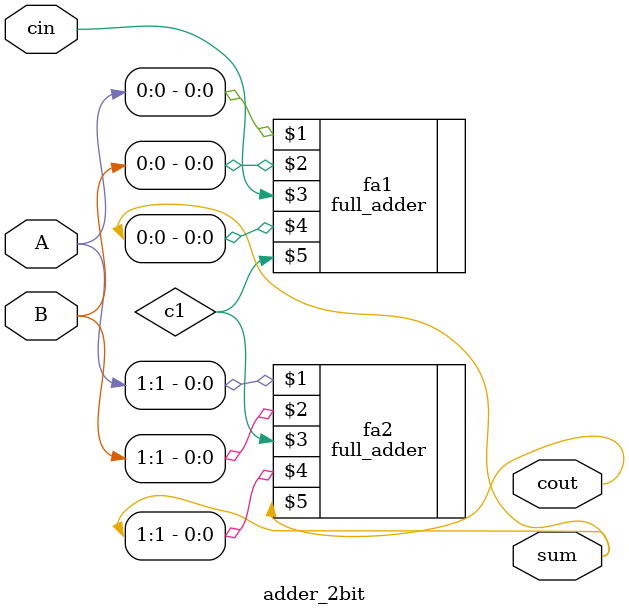
<source format=v>
module adder_2bit(input [1:0]A,input [1:0]B, 
input cin, output [1:0] sum, output cout);

wire c1;

full_adder fa1(A[0], B[0], cin, sum[0], c1);
full_adder fa2(A[1], B[1], c1, sum[1], cout);
    


endmodule
</source>
